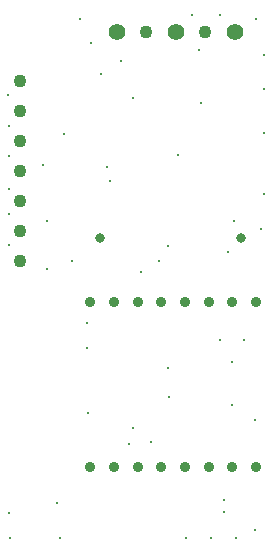
<source format=gbr>
G04 PROTEUS GERBER X2 FILE*
%TF.GenerationSoftware,Labcenter,Proteus,8.16-SP3-Build36097*%
%TF.CreationDate,2024-09-26T16:34:03+00:00*%
%TF.FileFunction,Plated,1,2,PTH*%
%TF.FilePolarity,Positive*%
%TF.Part,Single*%
%TF.SameCoordinates,{f118cff8-fadb-4bc5-a17f-1c91f2e22e42}*%
%FSLAX45Y45*%
%MOMM*%
G01*
%TA.AperFunction,ViaDrill*%
%ADD201C,0.300000*%
%TA.AperFunction,ComponentDrill*%
%ADD202C,1.397000*%
%ADD203C,0.812800*%
%TA.AperFunction,ComponentDrill*%
%ADD204C,0.889000*%
%TA.AperFunction,OtherDrill,Unknown*%
%ADD205C,1.100000*%
%TA.AperFunction,ComponentDrill*%
%ADD206C,1.100000*%
%TD.AperFunction*%
D201*
X+440000Y+4816000D03*
X+1104302Y+4908415D03*
X+1627645Y+3396462D03*
X+767127Y+3129083D03*
X+1579818Y+1781411D03*
X+190696Y+4973304D03*
X+1413239Y+779350D03*
X+1200839Y+779350D03*
X+988439Y+779350D03*
X-73561Y+779350D03*
X-498361Y+779350D03*
X-508650Y+991500D03*
X-99964Y+1072651D03*
X+160000Y+1834000D03*
X+157380Y+2386856D03*
X+157380Y+2599256D03*
X-508253Y+3523750D03*
X-508253Y+3736150D03*
X+96179Y+5173650D03*
X+1582979Y+5173650D03*
X+1654000Y+3690000D03*
X+1380415Y+1905721D03*
X+1380415Y+2273607D03*
X+1486615Y+2457550D03*
X+540215Y+4505550D03*
X-41785Y+4197550D03*
X+1118215Y+4459550D03*
X-220000Y+3934000D03*
X+1310253Y+1099850D03*
X-502000Y+3262000D03*
X-508253Y+4016150D03*
X-510253Y+4266150D03*
X-512253Y+4530150D03*
X+1651747Y+4866150D03*
X+1043747Y+5208150D03*
X+1279747Y+5206150D03*
X+319747Y+3918150D03*
X+1312000Y+1004000D03*
X+1580000Y+850000D03*
X+275747Y+4712150D03*
X-186000Y+3056000D03*
X-185668Y+3464572D03*
X+348000Y+3799000D03*
X+30000Y+3122000D03*
X+546215Y+1709785D03*
X+694000Y+1590000D03*
X+613979Y+3032820D03*
X+507500Y+1577266D03*
X+1276499Y+2455266D03*
X+844415Y+1973607D03*
X+844000Y+2220000D03*
X+838415Y+3253607D03*
X+1396415Y+3467607D03*
X+1348000Y+3198000D03*
X+923747Y+4026150D03*
X+1652000Y+4580000D03*
X+1652000Y+4206000D03*
D202*
X+906000Y+5066000D03*
X+406000Y+5066000D03*
X+1406000Y+5066000D03*
X+906000Y+5066000D03*
D203*
X+262000Y+3318000D03*
X+1462000Y+3318000D03*
D204*
X+183327Y+1382060D03*
X+383327Y+1382060D03*
X+583327Y+1382060D03*
X+783327Y+1382060D03*
X+983327Y+1382060D03*
X+1183325Y+1382060D03*
X+1383327Y+1382060D03*
X+1583327Y+1382060D03*
X+183327Y+2781677D03*
X+383327Y+2781677D03*
X+583327Y+2781677D03*
X+783327Y+2781677D03*
X+983327Y+2781677D03*
X+1183325Y+2781677D03*
X+1383327Y+2781677D03*
X+1583327Y+2781677D03*
D205*
X+656000Y+5066000D03*
X+1156000Y+5066000D03*
D206*
X-410000Y+3128000D03*
X-410000Y+3382000D03*
X-410000Y+3636000D03*
X-410000Y+3890000D03*
X-410000Y+4144000D03*
X-410000Y+4398000D03*
X-410000Y+4652000D03*
M02*

</source>
